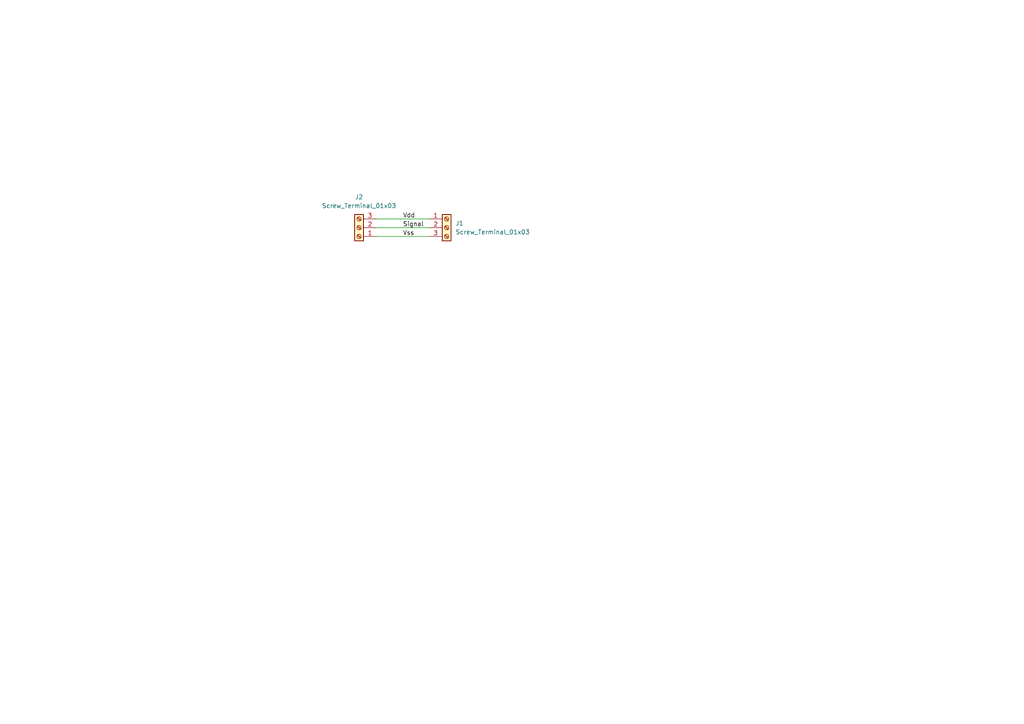
<source format=kicad_sch>
(kicad_sch (version 20231120) (generator "eeschema") (generator_version "8.0")
  (paper "A4")
  (lib_symbols
    (symbol "Connector:Screw_Terminal_01x03" (pin_names (offset 1.016) hide)
      (property "Reference" "J" (at 0 5.08 0))
      (property "Value" "Screw_Terminal_01x03" (at 0 -5.08 0))
      (symbol "Screw_Terminal_01x03_1_1"
        (rectangle (start -1.27 3.81) (end 1.27 -3.81) (stroke (width 0.254)) (fill (type background)))
        (circle (center 0 -2.54) (radius 0.635) (stroke (width 0.1524)))
        (polyline (pts (xy -0.5334 -2.2098) (xy 0.3302 -3.048)) (stroke (width 0.1524)))
        (polyline (pts (xy -0.5334 0.3302) (xy 0.3302 -0.508)) (stroke (width 0.1524)))
        (polyline (pts (xy -0.5334 2.8702) (xy 0.3302 2.032)) (stroke (width 0.1524)))
        (polyline (pts (xy -0.3556 -2.032) (xy 0.508 -2.8702)) (stroke (width 0.1524)))
        (polyline (pts (xy -0.3556 0.508) (xy 0.508 -0.3302)) (stroke (width 0.1524)))
        (polyline (pts (xy -0.3556 3.048) (xy 0.508 2.2098)) (stroke (width 0.1524)))
        (circle (center 0 0) (radius 0.635) (stroke (width 0.1524)))
        (circle (center 0 2.54) (radius 0.635) (stroke (width 0.1524)))
        (pin passive line (at -5.08 2.54 0) (length 3.81) (name "Pin_1") (number "1"))
        (pin passive line (at -5.08 0 0) (length 3.81) (name "Pin_2") (number "2"))
        (pin passive line (at -5.08 -2.54 0) (length 3.81) (name "Pin_3") (number "3"))
      )
    )
  )
  (wire (pts (xy 109.22 63.5) (xy 124.46 63.5)))
  (wire (pts (xy 109.22 66.04) (xy 124.46 66.04)))
  (wire (pts (xy 109.22 68.58) (xy 124.46 68.58)))
  (label "Vss" (at 116.84 68.58 0))
  (label "Vdd" (at 116.84 63.5 0))
  (label "Signal" (at 116.84 66.04 0))
  (symbol (lib_id "Connector:Screw_Terminal_01x03") (at 104.14 66.04 180) (unit 1)
    (property "Reference" "J2" (at 104.14 57.15 0))
    (property "Value" "Screw_Terminal_01x03" (at 104.14 59.69 0))
    (property "Footprint" "AusOcean:CUI_TB003-500-P03BE" (effects (hide yes)))
    (property "Description" "Generic screw terminal, single row, 01x03, script generated (kicad-library-utils/schlib/autogen/connector/)" (effects (hide yes)))
  )
  (symbol (lib_id "Connector:Screw_Terminal_01x03") (at 129.54 66.04 0) (unit 1)
    (property "Reference" "J1" (at 132.08 64.7699 0) (effects (justify left)))
    (property "Value" "Screw_Terminal_01x03" (at 132.08 67.3099 0) (effects (justify left)))
    (property "Footprint" "AusOcean:CUI_TB003-500-P03BE" (effects (hide yes)))
    (property "Description" "Generic screw terminal, single row, 01x03, script generated (kicad-library-utils/schlib/autogen/connector/)" (effects (hide yes)))
  )
)
</source>
